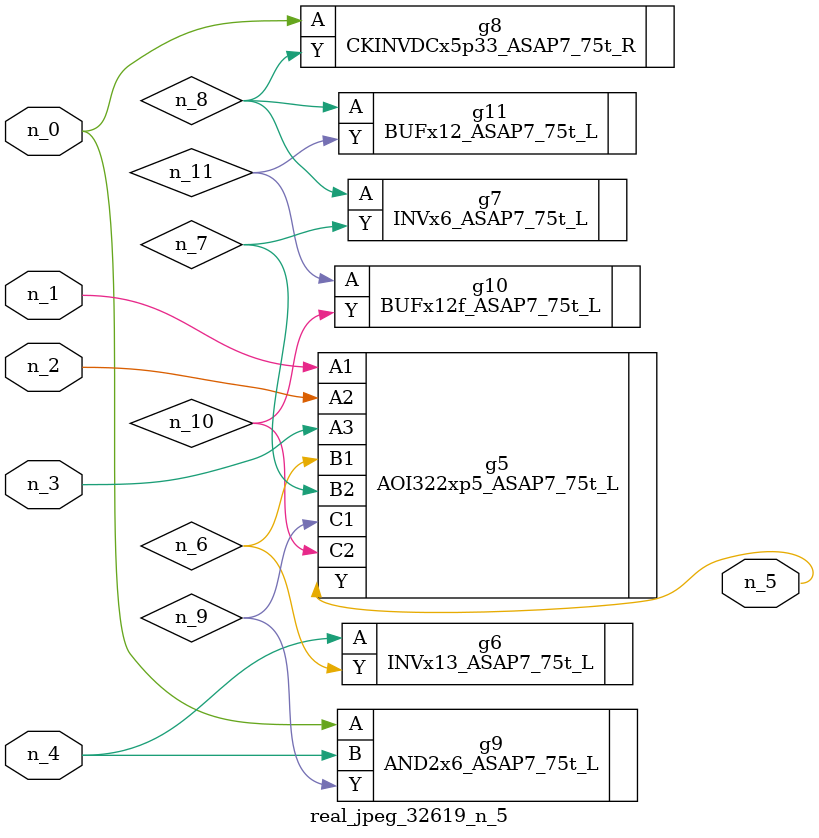
<source format=v>
module real_jpeg_32619_n_5 (n_4, n_0, n_1, n_2, n_3, n_5);

input n_4;
input n_0;
input n_1;
input n_2;
input n_3;

output n_5;

wire n_8;
wire n_11;
wire n_6;
wire n_7;
wire n_10;
wire n_9;

CKINVDCx5p33_ASAP7_75t_R g8 ( 
.A(n_0),
.Y(n_8)
);

AND2x6_ASAP7_75t_L g9 ( 
.A(n_0),
.B(n_4),
.Y(n_9)
);

AOI322xp5_ASAP7_75t_L g5 ( 
.A1(n_1),
.A2(n_2),
.A3(n_3),
.B1(n_6),
.B2(n_7),
.C1(n_9),
.C2(n_10),
.Y(n_5)
);

INVx13_ASAP7_75t_L g6 ( 
.A(n_4),
.Y(n_6)
);

INVx6_ASAP7_75t_L g7 ( 
.A(n_8),
.Y(n_7)
);

BUFx12_ASAP7_75t_L g11 ( 
.A(n_8),
.Y(n_11)
);

BUFx12f_ASAP7_75t_L g10 ( 
.A(n_11),
.Y(n_10)
);


endmodule
</source>
